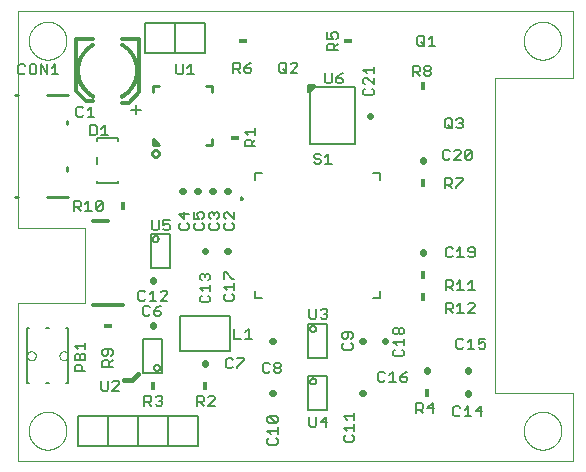
<source format=gto>
G75*
%MOIN*%
%OFA0B0*%
%FSLAX25Y25*%
%IPPOS*%
%LPD*%
%AMOC8*
5,1,8,0,0,1.08239X$1,22.5*
%
%ADD10C,0.00000*%
%ADD11C,0.01600*%
%ADD12C,0.01200*%
%ADD13C,0.00500*%
%ADD14C,0.00600*%
%ADD15C,0.02200*%
%ADD16C,0.01000*%
%ADD17C,0.00787*%
%ADD18C,0.00806*%
%ADD19R,0.03000X0.01800*%
%ADD20R,0.01800X0.03000*%
%ADD21C,0.00800*%
D10*
X0017291Y0035785D02*
X0017291Y0088285D01*
X0039791Y0088285D01*
X0039791Y0113285D01*
X0017291Y0113285D01*
X0017291Y0185785D01*
X0202291Y0185785D01*
X0202291Y0163285D01*
X0176291Y0163285D01*
X0176291Y0058285D01*
X0202291Y0058285D01*
X0202291Y0035785D01*
X0017291Y0035785D01*
X0020992Y0045785D02*
X0020994Y0045943D01*
X0021000Y0046101D01*
X0021010Y0046259D01*
X0021024Y0046417D01*
X0021042Y0046574D01*
X0021063Y0046731D01*
X0021089Y0046887D01*
X0021119Y0047043D01*
X0021152Y0047198D01*
X0021190Y0047351D01*
X0021231Y0047504D01*
X0021276Y0047656D01*
X0021325Y0047807D01*
X0021378Y0047956D01*
X0021434Y0048104D01*
X0021494Y0048250D01*
X0021558Y0048395D01*
X0021626Y0048538D01*
X0021697Y0048680D01*
X0021771Y0048820D01*
X0021849Y0048957D01*
X0021931Y0049093D01*
X0022015Y0049227D01*
X0022104Y0049358D01*
X0022195Y0049487D01*
X0022290Y0049614D01*
X0022387Y0049739D01*
X0022488Y0049861D01*
X0022592Y0049980D01*
X0022699Y0050097D01*
X0022809Y0050211D01*
X0022922Y0050322D01*
X0023037Y0050431D01*
X0023155Y0050536D01*
X0023276Y0050638D01*
X0023399Y0050738D01*
X0023525Y0050834D01*
X0023653Y0050927D01*
X0023783Y0051017D01*
X0023916Y0051103D01*
X0024051Y0051187D01*
X0024187Y0051266D01*
X0024326Y0051343D01*
X0024467Y0051415D01*
X0024609Y0051485D01*
X0024753Y0051550D01*
X0024899Y0051612D01*
X0025046Y0051670D01*
X0025195Y0051725D01*
X0025345Y0051776D01*
X0025496Y0051823D01*
X0025648Y0051866D01*
X0025801Y0051905D01*
X0025956Y0051941D01*
X0026111Y0051972D01*
X0026267Y0052000D01*
X0026423Y0052024D01*
X0026580Y0052044D01*
X0026738Y0052060D01*
X0026895Y0052072D01*
X0027054Y0052080D01*
X0027212Y0052084D01*
X0027370Y0052084D01*
X0027528Y0052080D01*
X0027687Y0052072D01*
X0027844Y0052060D01*
X0028002Y0052044D01*
X0028159Y0052024D01*
X0028315Y0052000D01*
X0028471Y0051972D01*
X0028626Y0051941D01*
X0028781Y0051905D01*
X0028934Y0051866D01*
X0029086Y0051823D01*
X0029237Y0051776D01*
X0029387Y0051725D01*
X0029536Y0051670D01*
X0029683Y0051612D01*
X0029829Y0051550D01*
X0029973Y0051485D01*
X0030115Y0051415D01*
X0030256Y0051343D01*
X0030395Y0051266D01*
X0030531Y0051187D01*
X0030666Y0051103D01*
X0030799Y0051017D01*
X0030929Y0050927D01*
X0031057Y0050834D01*
X0031183Y0050738D01*
X0031306Y0050638D01*
X0031427Y0050536D01*
X0031545Y0050431D01*
X0031660Y0050322D01*
X0031773Y0050211D01*
X0031883Y0050097D01*
X0031990Y0049980D01*
X0032094Y0049861D01*
X0032195Y0049739D01*
X0032292Y0049614D01*
X0032387Y0049487D01*
X0032478Y0049358D01*
X0032567Y0049227D01*
X0032651Y0049093D01*
X0032733Y0048957D01*
X0032811Y0048820D01*
X0032885Y0048680D01*
X0032956Y0048538D01*
X0033024Y0048395D01*
X0033088Y0048250D01*
X0033148Y0048104D01*
X0033204Y0047956D01*
X0033257Y0047807D01*
X0033306Y0047656D01*
X0033351Y0047504D01*
X0033392Y0047351D01*
X0033430Y0047198D01*
X0033463Y0047043D01*
X0033493Y0046887D01*
X0033519Y0046731D01*
X0033540Y0046574D01*
X0033558Y0046417D01*
X0033572Y0046259D01*
X0033582Y0046101D01*
X0033588Y0045943D01*
X0033590Y0045785D01*
X0033588Y0045627D01*
X0033582Y0045469D01*
X0033572Y0045311D01*
X0033558Y0045153D01*
X0033540Y0044996D01*
X0033519Y0044839D01*
X0033493Y0044683D01*
X0033463Y0044527D01*
X0033430Y0044372D01*
X0033392Y0044219D01*
X0033351Y0044066D01*
X0033306Y0043914D01*
X0033257Y0043763D01*
X0033204Y0043614D01*
X0033148Y0043466D01*
X0033088Y0043320D01*
X0033024Y0043175D01*
X0032956Y0043032D01*
X0032885Y0042890D01*
X0032811Y0042750D01*
X0032733Y0042613D01*
X0032651Y0042477D01*
X0032567Y0042343D01*
X0032478Y0042212D01*
X0032387Y0042083D01*
X0032292Y0041956D01*
X0032195Y0041831D01*
X0032094Y0041709D01*
X0031990Y0041590D01*
X0031883Y0041473D01*
X0031773Y0041359D01*
X0031660Y0041248D01*
X0031545Y0041139D01*
X0031427Y0041034D01*
X0031306Y0040932D01*
X0031183Y0040832D01*
X0031057Y0040736D01*
X0030929Y0040643D01*
X0030799Y0040553D01*
X0030666Y0040467D01*
X0030531Y0040383D01*
X0030395Y0040304D01*
X0030256Y0040227D01*
X0030115Y0040155D01*
X0029973Y0040085D01*
X0029829Y0040020D01*
X0029683Y0039958D01*
X0029536Y0039900D01*
X0029387Y0039845D01*
X0029237Y0039794D01*
X0029086Y0039747D01*
X0028934Y0039704D01*
X0028781Y0039665D01*
X0028626Y0039629D01*
X0028471Y0039598D01*
X0028315Y0039570D01*
X0028159Y0039546D01*
X0028002Y0039526D01*
X0027844Y0039510D01*
X0027687Y0039498D01*
X0027528Y0039490D01*
X0027370Y0039486D01*
X0027212Y0039486D01*
X0027054Y0039490D01*
X0026895Y0039498D01*
X0026738Y0039510D01*
X0026580Y0039526D01*
X0026423Y0039546D01*
X0026267Y0039570D01*
X0026111Y0039598D01*
X0025956Y0039629D01*
X0025801Y0039665D01*
X0025648Y0039704D01*
X0025496Y0039747D01*
X0025345Y0039794D01*
X0025195Y0039845D01*
X0025046Y0039900D01*
X0024899Y0039958D01*
X0024753Y0040020D01*
X0024609Y0040085D01*
X0024467Y0040155D01*
X0024326Y0040227D01*
X0024187Y0040304D01*
X0024051Y0040383D01*
X0023916Y0040467D01*
X0023783Y0040553D01*
X0023653Y0040643D01*
X0023525Y0040736D01*
X0023399Y0040832D01*
X0023276Y0040932D01*
X0023155Y0041034D01*
X0023037Y0041139D01*
X0022922Y0041248D01*
X0022809Y0041359D01*
X0022699Y0041473D01*
X0022592Y0041590D01*
X0022488Y0041709D01*
X0022387Y0041831D01*
X0022290Y0041956D01*
X0022195Y0042083D01*
X0022104Y0042212D01*
X0022015Y0042343D01*
X0021931Y0042477D01*
X0021849Y0042613D01*
X0021771Y0042750D01*
X0021697Y0042890D01*
X0021626Y0043032D01*
X0021558Y0043175D01*
X0021494Y0043320D01*
X0021434Y0043466D01*
X0021378Y0043614D01*
X0021325Y0043763D01*
X0021276Y0043914D01*
X0021231Y0044066D01*
X0021190Y0044219D01*
X0021152Y0044372D01*
X0021119Y0044527D01*
X0021089Y0044683D01*
X0021063Y0044839D01*
X0021042Y0044996D01*
X0021024Y0045153D01*
X0021010Y0045311D01*
X0021000Y0045469D01*
X0020994Y0045627D01*
X0020992Y0045785D01*
X0020402Y0070785D02*
X0020404Y0070862D01*
X0020410Y0070938D01*
X0020420Y0071014D01*
X0020434Y0071089D01*
X0020451Y0071164D01*
X0020473Y0071237D01*
X0020498Y0071310D01*
X0020528Y0071381D01*
X0020560Y0071450D01*
X0020597Y0071517D01*
X0020636Y0071583D01*
X0020679Y0071646D01*
X0020726Y0071707D01*
X0020775Y0071766D01*
X0020828Y0071822D01*
X0020883Y0071875D01*
X0020941Y0071925D01*
X0021001Y0071972D01*
X0021064Y0072016D01*
X0021129Y0072057D01*
X0021196Y0072094D01*
X0021265Y0072128D01*
X0021335Y0072158D01*
X0021407Y0072184D01*
X0021481Y0072206D01*
X0021555Y0072225D01*
X0021630Y0072240D01*
X0021706Y0072251D01*
X0021782Y0072258D01*
X0021859Y0072261D01*
X0021935Y0072260D01*
X0022012Y0072255D01*
X0022088Y0072246D01*
X0022164Y0072233D01*
X0022238Y0072216D01*
X0022312Y0072196D01*
X0022385Y0072171D01*
X0022456Y0072143D01*
X0022526Y0072111D01*
X0022594Y0072076D01*
X0022660Y0072037D01*
X0022724Y0071995D01*
X0022785Y0071949D01*
X0022845Y0071900D01*
X0022901Y0071849D01*
X0022955Y0071794D01*
X0023006Y0071737D01*
X0023054Y0071677D01*
X0023099Y0071615D01*
X0023140Y0071550D01*
X0023178Y0071484D01*
X0023213Y0071416D01*
X0023243Y0071345D01*
X0023271Y0071274D01*
X0023294Y0071201D01*
X0023314Y0071127D01*
X0023330Y0071052D01*
X0023342Y0070976D01*
X0023350Y0070900D01*
X0023354Y0070823D01*
X0023354Y0070747D01*
X0023350Y0070670D01*
X0023342Y0070594D01*
X0023330Y0070518D01*
X0023314Y0070443D01*
X0023294Y0070369D01*
X0023271Y0070296D01*
X0023243Y0070225D01*
X0023213Y0070154D01*
X0023178Y0070086D01*
X0023140Y0070020D01*
X0023099Y0069955D01*
X0023054Y0069893D01*
X0023006Y0069833D01*
X0022955Y0069776D01*
X0022901Y0069721D01*
X0022845Y0069670D01*
X0022785Y0069621D01*
X0022724Y0069575D01*
X0022660Y0069533D01*
X0022594Y0069494D01*
X0022526Y0069459D01*
X0022456Y0069427D01*
X0022385Y0069399D01*
X0022312Y0069374D01*
X0022238Y0069354D01*
X0022164Y0069337D01*
X0022088Y0069324D01*
X0022012Y0069315D01*
X0021935Y0069310D01*
X0021859Y0069309D01*
X0021782Y0069312D01*
X0021706Y0069319D01*
X0021630Y0069330D01*
X0021555Y0069345D01*
X0021481Y0069364D01*
X0021407Y0069386D01*
X0021335Y0069412D01*
X0021265Y0069442D01*
X0021196Y0069476D01*
X0021129Y0069513D01*
X0021064Y0069554D01*
X0021001Y0069598D01*
X0020941Y0069645D01*
X0020883Y0069695D01*
X0020828Y0069748D01*
X0020775Y0069804D01*
X0020726Y0069863D01*
X0020679Y0069924D01*
X0020636Y0069987D01*
X0020597Y0070053D01*
X0020560Y0070120D01*
X0020528Y0070189D01*
X0020498Y0070260D01*
X0020473Y0070333D01*
X0020451Y0070406D01*
X0020434Y0070481D01*
X0020420Y0070556D01*
X0020410Y0070632D01*
X0020404Y0070708D01*
X0020402Y0070785D01*
X0031229Y0070785D02*
X0031231Y0070862D01*
X0031237Y0070938D01*
X0031247Y0071014D01*
X0031261Y0071089D01*
X0031278Y0071164D01*
X0031300Y0071237D01*
X0031325Y0071310D01*
X0031355Y0071381D01*
X0031387Y0071450D01*
X0031424Y0071517D01*
X0031463Y0071583D01*
X0031506Y0071646D01*
X0031553Y0071707D01*
X0031602Y0071766D01*
X0031655Y0071822D01*
X0031710Y0071875D01*
X0031768Y0071925D01*
X0031828Y0071972D01*
X0031891Y0072016D01*
X0031956Y0072057D01*
X0032023Y0072094D01*
X0032092Y0072128D01*
X0032162Y0072158D01*
X0032234Y0072184D01*
X0032308Y0072206D01*
X0032382Y0072225D01*
X0032457Y0072240D01*
X0032533Y0072251D01*
X0032609Y0072258D01*
X0032686Y0072261D01*
X0032762Y0072260D01*
X0032839Y0072255D01*
X0032915Y0072246D01*
X0032991Y0072233D01*
X0033065Y0072216D01*
X0033139Y0072196D01*
X0033212Y0072171D01*
X0033283Y0072143D01*
X0033353Y0072111D01*
X0033421Y0072076D01*
X0033487Y0072037D01*
X0033551Y0071995D01*
X0033612Y0071949D01*
X0033672Y0071900D01*
X0033728Y0071849D01*
X0033782Y0071794D01*
X0033833Y0071737D01*
X0033881Y0071677D01*
X0033926Y0071615D01*
X0033967Y0071550D01*
X0034005Y0071484D01*
X0034040Y0071416D01*
X0034070Y0071345D01*
X0034098Y0071274D01*
X0034121Y0071201D01*
X0034141Y0071127D01*
X0034157Y0071052D01*
X0034169Y0070976D01*
X0034177Y0070900D01*
X0034181Y0070823D01*
X0034181Y0070747D01*
X0034177Y0070670D01*
X0034169Y0070594D01*
X0034157Y0070518D01*
X0034141Y0070443D01*
X0034121Y0070369D01*
X0034098Y0070296D01*
X0034070Y0070225D01*
X0034040Y0070154D01*
X0034005Y0070086D01*
X0033967Y0070020D01*
X0033926Y0069955D01*
X0033881Y0069893D01*
X0033833Y0069833D01*
X0033782Y0069776D01*
X0033728Y0069721D01*
X0033672Y0069670D01*
X0033612Y0069621D01*
X0033551Y0069575D01*
X0033487Y0069533D01*
X0033421Y0069494D01*
X0033353Y0069459D01*
X0033283Y0069427D01*
X0033212Y0069399D01*
X0033139Y0069374D01*
X0033065Y0069354D01*
X0032991Y0069337D01*
X0032915Y0069324D01*
X0032839Y0069315D01*
X0032762Y0069310D01*
X0032686Y0069309D01*
X0032609Y0069312D01*
X0032533Y0069319D01*
X0032457Y0069330D01*
X0032382Y0069345D01*
X0032308Y0069364D01*
X0032234Y0069386D01*
X0032162Y0069412D01*
X0032092Y0069442D01*
X0032023Y0069476D01*
X0031956Y0069513D01*
X0031891Y0069554D01*
X0031828Y0069598D01*
X0031768Y0069645D01*
X0031710Y0069695D01*
X0031655Y0069748D01*
X0031602Y0069804D01*
X0031553Y0069863D01*
X0031506Y0069924D01*
X0031463Y0069987D01*
X0031424Y0070053D01*
X0031387Y0070120D01*
X0031355Y0070189D01*
X0031325Y0070260D01*
X0031300Y0070333D01*
X0031278Y0070406D01*
X0031261Y0070481D01*
X0031247Y0070556D01*
X0031237Y0070632D01*
X0031231Y0070708D01*
X0031229Y0070785D01*
X0020992Y0175785D02*
X0020994Y0175943D01*
X0021000Y0176101D01*
X0021010Y0176259D01*
X0021024Y0176417D01*
X0021042Y0176574D01*
X0021063Y0176731D01*
X0021089Y0176887D01*
X0021119Y0177043D01*
X0021152Y0177198D01*
X0021190Y0177351D01*
X0021231Y0177504D01*
X0021276Y0177656D01*
X0021325Y0177807D01*
X0021378Y0177956D01*
X0021434Y0178104D01*
X0021494Y0178250D01*
X0021558Y0178395D01*
X0021626Y0178538D01*
X0021697Y0178680D01*
X0021771Y0178820D01*
X0021849Y0178957D01*
X0021931Y0179093D01*
X0022015Y0179227D01*
X0022104Y0179358D01*
X0022195Y0179487D01*
X0022290Y0179614D01*
X0022387Y0179739D01*
X0022488Y0179861D01*
X0022592Y0179980D01*
X0022699Y0180097D01*
X0022809Y0180211D01*
X0022922Y0180322D01*
X0023037Y0180431D01*
X0023155Y0180536D01*
X0023276Y0180638D01*
X0023399Y0180738D01*
X0023525Y0180834D01*
X0023653Y0180927D01*
X0023783Y0181017D01*
X0023916Y0181103D01*
X0024051Y0181187D01*
X0024187Y0181266D01*
X0024326Y0181343D01*
X0024467Y0181415D01*
X0024609Y0181485D01*
X0024753Y0181550D01*
X0024899Y0181612D01*
X0025046Y0181670D01*
X0025195Y0181725D01*
X0025345Y0181776D01*
X0025496Y0181823D01*
X0025648Y0181866D01*
X0025801Y0181905D01*
X0025956Y0181941D01*
X0026111Y0181972D01*
X0026267Y0182000D01*
X0026423Y0182024D01*
X0026580Y0182044D01*
X0026738Y0182060D01*
X0026895Y0182072D01*
X0027054Y0182080D01*
X0027212Y0182084D01*
X0027370Y0182084D01*
X0027528Y0182080D01*
X0027687Y0182072D01*
X0027844Y0182060D01*
X0028002Y0182044D01*
X0028159Y0182024D01*
X0028315Y0182000D01*
X0028471Y0181972D01*
X0028626Y0181941D01*
X0028781Y0181905D01*
X0028934Y0181866D01*
X0029086Y0181823D01*
X0029237Y0181776D01*
X0029387Y0181725D01*
X0029536Y0181670D01*
X0029683Y0181612D01*
X0029829Y0181550D01*
X0029973Y0181485D01*
X0030115Y0181415D01*
X0030256Y0181343D01*
X0030395Y0181266D01*
X0030531Y0181187D01*
X0030666Y0181103D01*
X0030799Y0181017D01*
X0030929Y0180927D01*
X0031057Y0180834D01*
X0031183Y0180738D01*
X0031306Y0180638D01*
X0031427Y0180536D01*
X0031545Y0180431D01*
X0031660Y0180322D01*
X0031773Y0180211D01*
X0031883Y0180097D01*
X0031990Y0179980D01*
X0032094Y0179861D01*
X0032195Y0179739D01*
X0032292Y0179614D01*
X0032387Y0179487D01*
X0032478Y0179358D01*
X0032567Y0179227D01*
X0032651Y0179093D01*
X0032733Y0178957D01*
X0032811Y0178820D01*
X0032885Y0178680D01*
X0032956Y0178538D01*
X0033024Y0178395D01*
X0033088Y0178250D01*
X0033148Y0178104D01*
X0033204Y0177956D01*
X0033257Y0177807D01*
X0033306Y0177656D01*
X0033351Y0177504D01*
X0033392Y0177351D01*
X0033430Y0177198D01*
X0033463Y0177043D01*
X0033493Y0176887D01*
X0033519Y0176731D01*
X0033540Y0176574D01*
X0033558Y0176417D01*
X0033572Y0176259D01*
X0033582Y0176101D01*
X0033588Y0175943D01*
X0033590Y0175785D01*
X0033588Y0175627D01*
X0033582Y0175469D01*
X0033572Y0175311D01*
X0033558Y0175153D01*
X0033540Y0174996D01*
X0033519Y0174839D01*
X0033493Y0174683D01*
X0033463Y0174527D01*
X0033430Y0174372D01*
X0033392Y0174219D01*
X0033351Y0174066D01*
X0033306Y0173914D01*
X0033257Y0173763D01*
X0033204Y0173614D01*
X0033148Y0173466D01*
X0033088Y0173320D01*
X0033024Y0173175D01*
X0032956Y0173032D01*
X0032885Y0172890D01*
X0032811Y0172750D01*
X0032733Y0172613D01*
X0032651Y0172477D01*
X0032567Y0172343D01*
X0032478Y0172212D01*
X0032387Y0172083D01*
X0032292Y0171956D01*
X0032195Y0171831D01*
X0032094Y0171709D01*
X0031990Y0171590D01*
X0031883Y0171473D01*
X0031773Y0171359D01*
X0031660Y0171248D01*
X0031545Y0171139D01*
X0031427Y0171034D01*
X0031306Y0170932D01*
X0031183Y0170832D01*
X0031057Y0170736D01*
X0030929Y0170643D01*
X0030799Y0170553D01*
X0030666Y0170467D01*
X0030531Y0170383D01*
X0030395Y0170304D01*
X0030256Y0170227D01*
X0030115Y0170155D01*
X0029973Y0170085D01*
X0029829Y0170020D01*
X0029683Y0169958D01*
X0029536Y0169900D01*
X0029387Y0169845D01*
X0029237Y0169794D01*
X0029086Y0169747D01*
X0028934Y0169704D01*
X0028781Y0169665D01*
X0028626Y0169629D01*
X0028471Y0169598D01*
X0028315Y0169570D01*
X0028159Y0169546D01*
X0028002Y0169526D01*
X0027844Y0169510D01*
X0027687Y0169498D01*
X0027528Y0169490D01*
X0027370Y0169486D01*
X0027212Y0169486D01*
X0027054Y0169490D01*
X0026895Y0169498D01*
X0026738Y0169510D01*
X0026580Y0169526D01*
X0026423Y0169546D01*
X0026267Y0169570D01*
X0026111Y0169598D01*
X0025956Y0169629D01*
X0025801Y0169665D01*
X0025648Y0169704D01*
X0025496Y0169747D01*
X0025345Y0169794D01*
X0025195Y0169845D01*
X0025046Y0169900D01*
X0024899Y0169958D01*
X0024753Y0170020D01*
X0024609Y0170085D01*
X0024467Y0170155D01*
X0024326Y0170227D01*
X0024187Y0170304D01*
X0024051Y0170383D01*
X0023916Y0170467D01*
X0023783Y0170553D01*
X0023653Y0170643D01*
X0023525Y0170736D01*
X0023399Y0170832D01*
X0023276Y0170932D01*
X0023155Y0171034D01*
X0023037Y0171139D01*
X0022922Y0171248D01*
X0022809Y0171359D01*
X0022699Y0171473D01*
X0022592Y0171590D01*
X0022488Y0171709D01*
X0022387Y0171831D01*
X0022290Y0171956D01*
X0022195Y0172083D01*
X0022104Y0172212D01*
X0022015Y0172343D01*
X0021931Y0172477D01*
X0021849Y0172613D01*
X0021771Y0172750D01*
X0021697Y0172890D01*
X0021626Y0173032D01*
X0021558Y0173175D01*
X0021494Y0173320D01*
X0021434Y0173466D01*
X0021378Y0173614D01*
X0021325Y0173763D01*
X0021276Y0173914D01*
X0021231Y0174066D01*
X0021190Y0174219D01*
X0021152Y0174372D01*
X0021119Y0174527D01*
X0021089Y0174683D01*
X0021063Y0174839D01*
X0021042Y0174996D01*
X0021024Y0175153D01*
X0021010Y0175311D01*
X0021000Y0175469D01*
X0020994Y0175627D01*
X0020992Y0175785D01*
X0185992Y0175785D02*
X0185994Y0175943D01*
X0186000Y0176101D01*
X0186010Y0176259D01*
X0186024Y0176417D01*
X0186042Y0176574D01*
X0186063Y0176731D01*
X0186089Y0176887D01*
X0186119Y0177043D01*
X0186152Y0177198D01*
X0186190Y0177351D01*
X0186231Y0177504D01*
X0186276Y0177656D01*
X0186325Y0177807D01*
X0186378Y0177956D01*
X0186434Y0178104D01*
X0186494Y0178250D01*
X0186558Y0178395D01*
X0186626Y0178538D01*
X0186697Y0178680D01*
X0186771Y0178820D01*
X0186849Y0178957D01*
X0186931Y0179093D01*
X0187015Y0179227D01*
X0187104Y0179358D01*
X0187195Y0179487D01*
X0187290Y0179614D01*
X0187387Y0179739D01*
X0187488Y0179861D01*
X0187592Y0179980D01*
X0187699Y0180097D01*
X0187809Y0180211D01*
X0187922Y0180322D01*
X0188037Y0180431D01*
X0188155Y0180536D01*
X0188276Y0180638D01*
X0188399Y0180738D01*
X0188525Y0180834D01*
X0188653Y0180927D01*
X0188783Y0181017D01*
X0188916Y0181103D01*
X0189051Y0181187D01*
X0189187Y0181266D01*
X0189326Y0181343D01*
X0189467Y0181415D01*
X0189609Y0181485D01*
X0189753Y0181550D01*
X0189899Y0181612D01*
X0190046Y0181670D01*
X0190195Y0181725D01*
X0190345Y0181776D01*
X0190496Y0181823D01*
X0190648Y0181866D01*
X0190801Y0181905D01*
X0190956Y0181941D01*
X0191111Y0181972D01*
X0191267Y0182000D01*
X0191423Y0182024D01*
X0191580Y0182044D01*
X0191738Y0182060D01*
X0191895Y0182072D01*
X0192054Y0182080D01*
X0192212Y0182084D01*
X0192370Y0182084D01*
X0192528Y0182080D01*
X0192687Y0182072D01*
X0192844Y0182060D01*
X0193002Y0182044D01*
X0193159Y0182024D01*
X0193315Y0182000D01*
X0193471Y0181972D01*
X0193626Y0181941D01*
X0193781Y0181905D01*
X0193934Y0181866D01*
X0194086Y0181823D01*
X0194237Y0181776D01*
X0194387Y0181725D01*
X0194536Y0181670D01*
X0194683Y0181612D01*
X0194829Y0181550D01*
X0194973Y0181485D01*
X0195115Y0181415D01*
X0195256Y0181343D01*
X0195395Y0181266D01*
X0195531Y0181187D01*
X0195666Y0181103D01*
X0195799Y0181017D01*
X0195929Y0180927D01*
X0196057Y0180834D01*
X0196183Y0180738D01*
X0196306Y0180638D01*
X0196427Y0180536D01*
X0196545Y0180431D01*
X0196660Y0180322D01*
X0196773Y0180211D01*
X0196883Y0180097D01*
X0196990Y0179980D01*
X0197094Y0179861D01*
X0197195Y0179739D01*
X0197292Y0179614D01*
X0197387Y0179487D01*
X0197478Y0179358D01*
X0197567Y0179227D01*
X0197651Y0179093D01*
X0197733Y0178957D01*
X0197811Y0178820D01*
X0197885Y0178680D01*
X0197956Y0178538D01*
X0198024Y0178395D01*
X0198088Y0178250D01*
X0198148Y0178104D01*
X0198204Y0177956D01*
X0198257Y0177807D01*
X0198306Y0177656D01*
X0198351Y0177504D01*
X0198392Y0177351D01*
X0198430Y0177198D01*
X0198463Y0177043D01*
X0198493Y0176887D01*
X0198519Y0176731D01*
X0198540Y0176574D01*
X0198558Y0176417D01*
X0198572Y0176259D01*
X0198582Y0176101D01*
X0198588Y0175943D01*
X0198590Y0175785D01*
X0198588Y0175627D01*
X0198582Y0175469D01*
X0198572Y0175311D01*
X0198558Y0175153D01*
X0198540Y0174996D01*
X0198519Y0174839D01*
X0198493Y0174683D01*
X0198463Y0174527D01*
X0198430Y0174372D01*
X0198392Y0174219D01*
X0198351Y0174066D01*
X0198306Y0173914D01*
X0198257Y0173763D01*
X0198204Y0173614D01*
X0198148Y0173466D01*
X0198088Y0173320D01*
X0198024Y0173175D01*
X0197956Y0173032D01*
X0197885Y0172890D01*
X0197811Y0172750D01*
X0197733Y0172613D01*
X0197651Y0172477D01*
X0197567Y0172343D01*
X0197478Y0172212D01*
X0197387Y0172083D01*
X0197292Y0171956D01*
X0197195Y0171831D01*
X0197094Y0171709D01*
X0196990Y0171590D01*
X0196883Y0171473D01*
X0196773Y0171359D01*
X0196660Y0171248D01*
X0196545Y0171139D01*
X0196427Y0171034D01*
X0196306Y0170932D01*
X0196183Y0170832D01*
X0196057Y0170736D01*
X0195929Y0170643D01*
X0195799Y0170553D01*
X0195666Y0170467D01*
X0195531Y0170383D01*
X0195395Y0170304D01*
X0195256Y0170227D01*
X0195115Y0170155D01*
X0194973Y0170085D01*
X0194829Y0170020D01*
X0194683Y0169958D01*
X0194536Y0169900D01*
X0194387Y0169845D01*
X0194237Y0169794D01*
X0194086Y0169747D01*
X0193934Y0169704D01*
X0193781Y0169665D01*
X0193626Y0169629D01*
X0193471Y0169598D01*
X0193315Y0169570D01*
X0193159Y0169546D01*
X0193002Y0169526D01*
X0192844Y0169510D01*
X0192687Y0169498D01*
X0192528Y0169490D01*
X0192370Y0169486D01*
X0192212Y0169486D01*
X0192054Y0169490D01*
X0191895Y0169498D01*
X0191738Y0169510D01*
X0191580Y0169526D01*
X0191423Y0169546D01*
X0191267Y0169570D01*
X0191111Y0169598D01*
X0190956Y0169629D01*
X0190801Y0169665D01*
X0190648Y0169704D01*
X0190496Y0169747D01*
X0190345Y0169794D01*
X0190195Y0169845D01*
X0190046Y0169900D01*
X0189899Y0169958D01*
X0189753Y0170020D01*
X0189609Y0170085D01*
X0189467Y0170155D01*
X0189326Y0170227D01*
X0189187Y0170304D01*
X0189051Y0170383D01*
X0188916Y0170467D01*
X0188783Y0170553D01*
X0188653Y0170643D01*
X0188525Y0170736D01*
X0188399Y0170832D01*
X0188276Y0170932D01*
X0188155Y0171034D01*
X0188037Y0171139D01*
X0187922Y0171248D01*
X0187809Y0171359D01*
X0187699Y0171473D01*
X0187592Y0171590D01*
X0187488Y0171709D01*
X0187387Y0171831D01*
X0187290Y0171956D01*
X0187195Y0172083D01*
X0187104Y0172212D01*
X0187015Y0172343D01*
X0186931Y0172477D01*
X0186849Y0172613D01*
X0186771Y0172750D01*
X0186697Y0172890D01*
X0186626Y0173032D01*
X0186558Y0173175D01*
X0186494Y0173320D01*
X0186434Y0173466D01*
X0186378Y0173614D01*
X0186325Y0173763D01*
X0186276Y0173914D01*
X0186231Y0174066D01*
X0186190Y0174219D01*
X0186152Y0174372D01*
X0186119Y0174527D01*
X0186089Y0174683D01*
X0186063Y0174839D01*
X0186042Y0174996D01*
X0186024Y0175153D01*
X0186010Y0175311D01*
X0186000Y0175469D01*
X0185994Y0175627D01*
X0185992Y0175785D01*
X0185992Y0045785D02*
X0185994Y0045943D01*
X0186000Y0046101D01*
X0186010Y0046259D01*
X0186024Y0046417D01*
X0186042Y0046574D01*
X0186063Y0046731D01*
X0186089Y0046887D01*
X0186119Y0047043D01*
X0186152Y0047198D01*
X0186190Y0047351D01*
X0186231Y0047504D01*
X0186276Y0047656D01*
X0186325Y0047807D01*
X0186378Y0047956D01*
X0186434Y0048104D01*
X0186494Y0048250D01*
X0186558Y0048395D01*
X0186626Y0048538D01*
X0186697Y0048680D01*
X0186771Y0048820D01*
X0186849Y0048957D01*
X0186931Y0049093D01*
X0187015Y0049227D01*
X0187104Y0049358D01*
X0187195Y0049487D01*
X0187290Y0049614D01*
X0187387Y0049739D01*
X0187488Y0049861D01*
X0187592Y0049980D01*
X0187699Y0050097D01*
X0187809Y0050211D01*
X0187922Y0050322D01*
X0188037Y0050431D01*
X0188155Y0050536D01*
X0188276Y0050638D01*
X0188399Y0050738D01*
X0188525Y0050834D01*
X0188653Y0050927D01*
X0188783Y0051017D01*
X0188916Y0051103D01*
X0189051Y0051187D01*
X0189187Y0051266D01*
X0189326Y0051343D01*
X0189467Y0051415D01*
X0189609Y0051485D01*
X0189753Y0051550D01*
X0189899Y0051612D01*
X0190046Y0051670D01*
X0190195Y0051725D01*
X0190345Y0051776D01*
X0190496Y0051823D01*
X0190648Y0051866D01*
X0190801Y0051905D01*
X0190956Y0051941D01*
X0191111Y0051972D01*
X0191267Y0052000D01*
X0191423Y0052024D01*
X0191580Y0052044D01*
X0191738Y0052060D01*
X0191895Y0052072D01*
X0192054Y0052080D01*
X0192212Y0052084D01*
X0192370Y0052084D01*
X0192528Y0052080D01*
X0192687Y0052072D01*
X0192844Y0052060D01*
X0193002Y0052044D01*
X0193159Y0052024D01*
X0193315Y0052000D01*
X0193471Y0051972D01*
X0193626Y0051941D01*
X0193781Y0051905D01*
X0193934Y0051866D01*
X0194086Y0051823D01*
X0194237Y0051776D01*
X0194387Y0051725D01*
X0194536Y0051670D01*
X0194683Y0051612D01*
X0194829Y0051550D01*
X0194973Y0051485D01*
X0195115Y0051415D01*
X0195256Y0051343D01*
X0195395Y0051266D01*
X0195531Y0051187D01*
X0195666Y0051103D01*
X0195799Y0051017D01*
X0195929Y0050927D01*
X0196057Y0050834D01*
X0196183Y0050738D01*
X0196306Y0050638D01*
X0196427Y0050536D01*
X0196545Y0050431D01*
X0196660Y0050322D01*
X0196773Y0050211D01*
X0196883Y0050097D01*
X0196990Y0049980D01*
X0197094Y0049861D01*
X0197195Y0049739D01*
X0197292Y0049614D01*
X0197387Y0049487D01*
X0197478Y0049358D01*
X0197567Y0049227D01*
X0197651Y0049093D01*
X0197733Y0048957D01*
X0197811Y0048820D01*
X0197885Y0048680D01*
X0197956Y0048538D01*
X0198024Y0048395D01*
X0198088Y0048250D01*
X0198148Y0048104D01*
X0198204Y0047956D01*
X0198257Y0047807D01*
X0198306Y0047656D01*
X0198351Y0047504D01*
X0198392Y0047351D01*
X0198430Y0047198D01*
X0198463Y0047043D01*
X0198493Y0046887D01*
X0198519Y0046731D01*
X0198540Y0046574D01*
X0198558Y0046417D01*
X0198572Y0046259D01*
X0198582Y0046101D01*
X0198588Y0045943D01*
X0198590Y0045785D01*
X0198588Y0045627D01*
X0198582Y0045469D01*
X0198572Y0045311D01*
X0198558Y0045153D01*
X0198540Y0044996D01*
X0198519Y0044839D01*
X0198493Y0044683D01*
X0198463Y0044527D01*
X0198430Y0044372D01*
X0198392Y0044219D01*
X0198351Y0044066D01*
X0198306Y0043914D01*
X0198257Y0043763D01*
X0198204Y0043614D01*
X0198148Y0043466D01*
X0198088Y0043320D01*
X0198024Y0043175D01*
X0197956Y0043032D01*
X0197885Y0042890D01*
X0197811Y0042750D01*
X0197733Y0042613D01*
X0197651Y0042477D01*
X0197567Y0042343D01*
X0197478Y0042212D01*
X0197387Y0042083D01*
X0197292Y0041956D01*
X0197195Y0041831D01*
X0197094Y0041709D01*
X0196990Y0041590D01*
X0196883Y0041473D01*
X0196773Y0041359D01*
X0196660Y0041248D01*
X0196545Y0041139D01*
X0196427Y0041034D01*
X0196306Y0040932D01*
X0196183Y0040832D01*
X0196057Y0040736D01*
X0195929Y0040643D01*
X0195799Y0040553D01*
X0195666Y0040467D01*
X0195531Y0040383D01*
X0195395Y0040304D01*
X0195256Y0040227D01*
X0195115Y0040155D01*
X0194973Y0040085D01*
X0194829Y0040020D01*
X0194683Y0039958D01*
X0194536Y0039900D01*
X0194387Y0039845D01*
X0194237Y0039794D01*
X0194086Y0039747D01*
X0193934Y0039704D01*
X0193781Y0039665D01*
X0193626Y0039629D01*
X0193471Y0039598D01*
X0193315Y0039570D01*
X0193159Y0039546D01*
X0193002Y0039526D01*
X0192844Y0039510D01*
X0192687Y0039498D01*
X0192528Y0039490D01*
X0192370Y0039486D01*
X0192212Y0039486D01*
X0192054Y0039490D01*
X0191895Y0039498D01*
X0191738Y0039510D01*
X0191580Y0039526D01*
X0191423Y0039546D01*
X0191267Y0039570D01*
X0191111Y0039598D01*
X0190956Y0039629D01*
X0190801Y0039665D01*
X0190648Y0039704D01*
X0190496Y0039747D01*
X0190345Y0039794D01*
X0190195Y0039845D01*
X0190046Y0039900D01*
X0189899Y0039958D01*
X0189753Y0040020D01*
X0189609Y0040085D01*
X0189467Y0040155D01*
X0189326Y0040227D01*
X0189187Y0040304D01*
X0189051Y0040383D01*
X0188916Y0040467D01*
X0188783Y0040553D01*
X0188653Y0040643D01*
X0188525Y0040736D01*
X0188399Y0040832D01*
X0188276Y0040932D01*
X0188155Y0041034D01*
X0188037Y0041139D01*
X0187922Y0041248D01*
X0187809Y0041359D01*
X0187699Y0041473D01*
X0187592Y0041590D01*
X0187488Y0041709D01*
X0187387Y0041831D01*
X0187290Y0041956D01*
X0187195Y0042083D01*
X0187104Y0042212D01*
X0187015Y0042343D01*
X0186931Y0042477D01*
X0186849Y0042613D01*
X0186771Y0042750D01*
X0186697Y0042890D01*
X0186626Y0043032D01*
X0186558Y0043175D01*
X0186494Y0043320D01*
X0186434Y0043466D01*
X0186378Y0043614D01*
X0186325Y0043763D01*
X0186276Y0043914D01*
X0186231Y0044066D01*
X0186190Y0044219D01*
X0186152Y0044372D01*
X0186119Y0044527D01*
X0186089Y0044683D01*
X0186063Y0044839D01*
X0186042Y0044996D01*
X0186024Y0045153D01*
X0186010Y0045311D01*
X0186000Y0045469D01*
X0185994Y0045627D01*
X0185992Y0045785D01*
D11*
X0057291Y0064785D02*
X0055291Y0062785D01*
X0052791Y0062785D01*
D12*
X0052291Y0087785D02*
X0042291Y0087785D01*
X0042291Y0115785D02*
X0047291Y0115785D01*
X0052016Y0155155D02*
X0054378Y0155155D01*
X0057921Y0158699D01*
X0057921Y0176415D01*
X0052016Y0176415D01*
X0042567Y0176415D02*
X0036661Y0176415D01*
X0036661Y0159092D01*
X0040205Y0155549D01*
X0042567Y0155549D01*
X0042567Y0157124D02*
X0042357Y0157241D01*
X0042151Y0157364D01*
X0041947Y0157492D01*
X0041747Y0157624D01*
X0041550Y0157762D01*
X0041356Y0157904D01*
X0041166Y0158051D01*
X0040979Y0158202D01*
X0040797Y0158358D01*
X0040618Y0158518D01*
X0040443Y0158683D01*
X0040272Y0158852D01*
X0040105Y0159025D01*
X0039943Y0159202D01*
X0039785Y0159383D01*
X0039631Y0159567D01*
X0039482Y0159756D01*
X0039337Y0159948D01*
X0039197Y0160143D01*
X0039062Y0160342D01*
X0038932Y0160544D01*
X0038807Y0160749D01*
X0038687Y0160957D01*
X0038572Y0161168D01*
X0038462Y0161381D01*
X0038358Y0161598D01*
X0038258Y0161816D01*
X0038164Y0162038D01*
X0038076Y0162261D01*
X0037993Y0162486D01*
X0037915Y0162714D01*
X0037843Y0162943D01*
X0037777Y0163174D01*
X0037716Y0163406D01*
X0037661Y0163640D01*
X0037612Y0163875D01*
X0037568Y0164111D01*
X0037530Y0164349D01*
X0037498Y0164587D01*
X0037472Y0164826D01*
X0037451Y0165065D01*
X0037437Y0165305D01*
X0037428Y0165545D01*
X0037425Y0165785D01*
X0037428Y0166025D01*
X0037437Y0166265D01*
X0037451Y0166505D01*
X0037472Y0166744D01*
X0037498Y0166983D01*
X0037530Y0167221D01*
X0037568Y0167459D01*
X0037612Y0167695D01*
X0037661Y0167930D01*
X0037716Y0168164D01*
X0037777Y0168396D01*
X0037843Y0168627D01*
X0037915Y0168856D01*
X0037993Y0169084D01*
X0038076Y0169309D01*
X0038164Y0169532D01*
X0038258Y0169754D01*
X0038358Y0169972D01*
X0038462Y0170189D01*
X0038572Y0170402D01*
X0038687Y0170613D01*
X0038807Y0170821D01*
X0038932Y0171026D01*
X0039062Y0171228D01*
X0039197Y0171427D01*
X0039337Y0171622D01*
X0039482Y0171814D01*
X0039631Y0172003D01*
X0039785Y0172187D01*
X0039943Y0172368D01*
X0040105Y0172545D01*
X0040272Y0172718D01*
X0040443Y0172887D01*
X0040618Y0173052D01*
X0040797Y0173212D01*
X0040979Y0173368D01*
X0041166Y0173519D01*
X0041356Y0173666D01*
X0041550Y0173808D01*
X0041747Y0173946D01*
X0041947Y0174078D01*
X0042151Y0174206D01*
X0042357Y0174329D01*
X0042567Y0174446D01*
X0052015Y0174446D02*
X0052225Y0174329D01*
X0052431Y0174206D01*
X0052635Y0174078D01*
X0052835Y0173946D01*
X0053032Y0173808D01*
X0053226Y0173666D01*
X0053416Y0173519D01*
X0053603Y0173368D01*
X0053785Y0173212D01*
X0053964Y0173052D01*
X0054139Y0172887D01*
X0054310Y0172718D01*
X0054477Y0172545D01*
X0054639Y0172368D01*
X0054797Y0172187D01*
X0054951Y0172003D01*
X0055100Y0171814D01*
X0055245Y0171622D01*
X0055385Y0171427D01*
X0055520Y0171228D01*
X0055650Y0171026D01*
X0055775Y0170821D01*
X0055895Y0170613D01*
X0056010Y0170402D01*
X0056120Y0170189D01*
X0056224Y0169972D01*
X0056324Y0169754D01*
X0056418Y0169532D01*
X0056506Y0169309D01*
X0056589Y0169084D01*
X0056667Y0168856D01*
X0056739Y0168627D01*
X0056805Y0168396D01*
X0056866Y0168164D01*
X0056921Y0167930D01*
X0056970Y0167695D01*
X0057014Y0167459D01*
X0057052Y0167221D01*
X0057084Y0166983D01*
X0057110Y0166744D01*
X0057131Y0166505D01*
X0057145Y0166265D01*
X0057154Y0166025D01*
X0057157Y0165785D01*
X0057154Y0165545D01*
X0057145Y0165305D01*
X0057131Y0165065D01*
X0057110Y0164826D01*
X0057084Y0164587D01*
X0057052Y0164349D01*
X0057014Y0164111D01*
X0056970Y0163875D01*
X0056921Y0163640D01*
X0056866Y0163406D01*
X0056805Y0163174D01*
X0056739Y0162943D01*
X0056667Y0162714D01*
X0056589Y0162486D01*
X0056506Y0162261D01*
X0056418Y0162038D01*
X0056324Y0161816D01*
X0056224Y0161598D01*
X0056120Y0161381D01*
X0056010Y0161168D01*
X0055895Y0160957D01*
X0055775Y0160749D01*
X0055650Y0160544D01*
X0055520Y0160342D01*
X0055385Y0160143D01*
X0055245Y0159948D01*
X0055100Y0159756D01*
X0054951Y0159567D01*
X0054797Y0159383D01*
X0054639Y0159202D01*
X0054477Y0159025D01*
X0054310Y0158852D01*
X0054139Y0158683D01*
X0053964Y0158518D01*
X0053785Y0158358D01*
X0053603Y0158202D01*
X0053416Y0158051D01*
X0053226Y0157904D01*
X0053032Y0157762D01*
X0052835Y0157624D01*
X0052635Y0157492D01*
X0052431Y0157364D01*
X0052225Y0157241D01*
X0052015Y0157124D01*
D13*
X0055165Y0152793D02*
X0058315Y0152793D01*
X0056740Y0154368D02*
X0056740Y0151218D01*
X0050835Y0143265D02*
X0050835Y0142478D01*
X0050835Y0143265D02*
X0043748Y0143265D01*
X0043748Y0142478D01*
X0043748Y0136966D02*
X0043748Y0134604D01*
X0043748Y0129092D02*
X0043748Y0128305D01*
X0050835Y0128305D01*
X0050835Y0129092D01*
X0061642Y0111494D02*
X0061642Y0100076D01*
X0067941Y0100076D01*
X0067941Y0111494D01*
X0061642Y0111494D01*
X0062291Y0109785D02*
X0062293Y0109848D01*
X0062299Y0109910D01*
X0062309Y0109972D01*
X0062322Y0110034D01*
X0062340Y0110094D01*
X0062361Y0110153D01*
X0062386Y0110211D01*
X0062415Y0110267D01*
X0062447Y0110321D01*
X0062482Y0110373D01*
X0062520Y0110422D01*
X0062562Y0110470D01*
X0062606Y0110514D01*
X0062654Y0110556D01*
X0062703Y0110594D01*
X0062755Y0110629D01*
X0062809Y0110661D01*
X0062865Y0110690D01*
X0062923Y0110715D01*
X0062982Y0110736D01*
X0063042Y0110754D01*
X0063104Y0110767D01*
X0063166Y0110777D01*
X0063228Y0110783D01*
X0063291Y0110785D01*
X0063354Y0110783D01*
X0063416Y0110777D01*
X0063478Y0110767D01*
X0063540Y0110754D01*
X0063600Y0110736D01*
X0063659Y0110715D01*
X0063717Y0110690D01*
X0063773Y0110661D01*
X0063827Y0110629D01*
X0063879Y0110594D01*
X0063928Y0110556D01*
X0063976Y0110514D01*
X0064020Y0110470D01*
X0064062Y0110422D01*
X0064100Y0110373D01*
X0064135Y0110321D01*
X0064167Y0110267D01*
X0064196Y0110211D01*
X0064221Y0110153D01*
X0064242Y0110094D01*
X0064260Y0110034D01*
X0064273Y0109972D01*
X0064283Y0109910D01*
X0064289Y0109848D01*
X0064291Y0109785D01*
X0064289Y0109722D01*
X0064283Y0109660D01*
X0064273Y0109598D01*
X0064260Y0109536D01*
X0064242Y0109476D01*
X0064221Y0109417D01*
X0064196Y0109359D01*
X0064167Y0109303D01*
X0064135Y0109249D01*
X0064100Y0109197D01*
X0064062Y0109148D01*
X0064020Y0109100D01*
X0063976Y0109056D01*
X0063928Y0109014D01*
X0063879Y0108976D01*
X0063827Y0108941D01*
X0063773Y0108909D01*
X0063717Y0108880D01*
X0063659Y0108855D01*
X0063600Y0108834D01*
X0063540Y0108816D01*
X0063478Y0108803D01*
X0063416Y0108793D01*
X0063354Y0108787D01*
X0063291Y0108785D01*
X0063228Y0108787D01*
X0063166Y0108793D01*
X0063104Y0108803D01*
X0063042Y0108816D01*
X0062982Y0108834D01*
X0062923Y0108855D01*
X0062865Y0108880D01*
X0062809Y0108909D01*
X0062755Y0108941D01*
X0062703Y0108976D01*
X0062654Y0109014D01*
X0062606Y0109056D01*
X0062562Y0109100D01*
X0062520Y0109148D01*
X0062482Y0109197D01*
X0062447Y0109249D01*
X0062415Y0109303D01*
X0062386Y0109359D01*
X0062361Y0109417D01*
X0062340Y0109476D01*
X0062322Y0109536D01*
X0062309Y0109598D01*
X0062299Y0109660D01*
X0062293Y0109722D01*
X0062291Y0109785D01*
X0071524Y0084191D02*
X0071524Y0072380D01*
X0088059Y0072380D01*
X0088059Y0084191D01*
X0071524Y0084191D01*
X0065441Y0076494D02*
X0059142Y0076494D01*
X0059142Y0065076D01*
X0065441Y0065076D01*
X0065441Y0076494D01*
X0062791Y0066785D02*
X0062793Y0066848D01*
X0062799Y0066910D01*
X0062809Y0066972D01*
X0062822Y0067034D01*
X0062840Y0067094D01*
X0062861Y0067153D01*
X0062886Y0067211D01*
X0062915Y0067267D01*
X0062947Y0067321D01*
X0062982Y0067373D01*
X0063020Y0067422D01*
X0063062Y0067470D01*
X0063106Y0067514D01*
X0063154Y0067556D01*
X0063203Y0067594D01*
X0063255Y0067629D01*
X0063309Y0067661D01*
X0063365Y0067690D01*
X0063423Y0067715D01*
X0063482Y0067736D01*
X0063542Y0067754D01*
X0063604Y0067767D01*
X0063666Y0067777D01*
X0063728Y0067783D01*
X0063791Y0067785D01*
X0063854Y0067783D01*
X0063916Y0067777D01*
X0063978Y0067767D01*
X0064040Y0067754D01*
X0064100Y0067736D01*
X0064159Y0067715D01*
X0064217Y0067690D01*
X0064273Y0067661D01*
X0064327Y0067629D01*
X0064379Y0067594D01*
X0064428Y0067556D01*
X0064476Y0067514D01*
X0064520Y0067470D01*
X0064562Y0067422D01*
X0064600Y0067373D01*
X0064635Y0067321D01*
X0064667Y0067267D01*
X0064696Y0067211D01*
X0064721Y0067153D01*
X0064742Y0067094D01*
X0064760Y0067034D01*
X0064773Y0066972D01*
X0064783Y0066910D01*
X0064789Y0066848D01*
X0064791Y0066785D01*
X0064789Y0066722D01*
X0064783Y0066660D01*
X0064773Y0066598D01*
X0064760Y0066536D01*
X0064742Y0066476D01*
X0064721Y0066417D01*
X0064696Y0066359D01*
X0064667Y0066303D01*
X0064635Y0066249D01*
X0064600Y0066197D01*
X0064562Y0066148D01*
X0064520Y0066100D01*
X0064476Y0066056D01*
X0064428Y0066014D01*
X0064379Y0065976D01*
X0064327Y0065941D01*
X0064273Y0065909D01*
X0064217Y0065880D01*
X0064159Y0065855D01*
X0064100Y0065834D01*
X0064040Y0065816D01*
X0063978Y0065803D01*
X0063916Y0065793D01*
X0063854Y0065787D01*
X0063791Y0065785D01*
X0063728Y0065787D01*
X0063666Y0065793D01*
X0063604Y0065803D01*
X0063542Y0065816D01*
X0063482Y0065834D01*
X0063423Y0065855D01*
X0063365Y0065880D01*
X0063309Y0065909D01*
X0063255Y0065941D01*
X0063203Y0065976D01*
X0063154Y0066014D01*
X0063106Y0066056D01*
X0063062Y0066100D01*
X0063020Y0066148D01*
X0062982Y0066197D01*
X0062947Y0066249D01*
X0062915Y0066303D01*
X0062886Y0066359D01*
X0062861Y0066417D01*
X0062840Y0066476D01*
X0062822Y0066536D01*
X0062809Y0066598D01*
X0062799Y0066660D01*
X0062793Y0066722D01*
X0062791Y0066785D01*
X0067291Y0050785D02*
X0057291Y0050785D01*
X0057291Y0040785D01*
X0067291Y0040785D01*
X0067291Y0050785D01*
X0067291Y0040785D01*
X0077291Y0040785D01*
X0077291Y0050785D01*
X0067291Y0050785D01*
X0057291Y0050785D02*
X0057291Y0040785D01*
X0047291Y0040785D01*
X0047291Y0050785D01*
X0057291Y0050785D01*
X0047291Y0050785D02*
X0047291Y0040785D01*
X0037291Y0040785D01*
X0037291Y0050785D01*
X0047291Y0050785D01*
X0096425Y0089919D02*
X0096425Y0092281D01*
X0096425Y0089919D02*
X0098787Y0089919D01*
X0114142Y0081494D02*
X0114142Y0070076D01*
X0120441Y0070076D01*
X0120441Y0081494D01*
X0114142Y0081494D01*
X0114791Y0079785D02*
X0114793Y0079848D01*
X0114799Y0079910D01*
X0114809Y0079972D01*
X0114822Y0080034D01*
X0114840Y0080094D01*
X0114861Y0080153D01*
X0114886Y0080211D01*
X0114915Y0080267D01*
X0114947Y0080321D01*
X0114982Y0080373D01*
X0115020Y0080422D01*
X0115062Y0080470D01*
X0115106Y0080514D01*
X0115154Y0080556D01*
X0115203Y0080594D01*
X0115255Y0080629D01*
X0115309Y0080661D01*
X0115365Y0080690D01*
X0115423Y0080715D01*
X0115482Y0080736D01*
X0115542Y0080754D01*
X0115604Y0080767D01*
X0115666Y0080777D01*
X0115728Y0080783D01*
X0115791Y0080785D01*
X0115854Y0080783D01*
X0115916Y0080777D01*
X0115978Y0080767D01*
X0116040Y0080754D01*
X0116100Y0080736D01*
X0116159Y0080715D01*
X0116217Y0080690D01*
X0116273Y0080661D01*
X0116327Y0080629D01*
X0116379Y0080594D01*
X0116428Y0080556D01*
X0116476Y0080514D01*
X0116520Y0080470D01*
X0116562Y0080422D01*
X0116600Y0080373D01*
X0116635Y0080321D01*
X0116667Y0080267D01*
X0116696Y0080211D01*
X0116721Y0080153D01*
X0116742Y0080094D01*
X0116760Y0080034D01*
X0116773Y0079972D01*
X0116783Y0079910D01*
X0116789Y0079848D01*
X0116791Y0079785D01*
X0116789Y0079722D01*
X0116783Y0079660D01*
X0116773Y0079598D01*
X0116760Y0079536D01*
X0116742Y0079476D01*
X0116721Y0079417D01*
X0116696Y0079359D01*
X0116667Y0079303D01*
X0116635Y0079249D01*
X0116600Y0079197D01*
X0116562Y0079148D01*
X0116520Y0079100D01*
X0116476Y0079056D01*
X0116428Y0079014D01*
X0116379Y0078976D01*
X0116327Y0078941D01*
X0116273Y0078909D01*
X0116217Y0078880D01*
X0116159Y0078855D01*
X0116100Y0078834D01*
X0116040Y0078816D01*
X0115978Y0078803D01*
X0115916Y0078793D01*
X0115854Y0078787D01*
X0115791Y0078785D01*
X0115728Y0078787D01*
X0115666Y0078793D01*
X0115604Y0078803D01*
X0115542Y0078816D01*
X0115482Y0078834D01*
X0115423Y0078855D01*
X0115365Y0078880D01*
X0115309Y0078909D01*
X0115255Y0078941D01*
X0115203Y0078976D01*
X0115154Y0079014D01*
X0115106Y0079056D01*
X0115062Y0079100D01*
X0115020Y0079148D01*
X0114982Y0079197D01*
X0114947Y0079249D01*
X0114915Y0079303D01*
X0114886Y0079359D01*
X0114861Y0079417D01*
X0114840Y0079476D01*
X0114822Y0079536D01*
X0114809Y0079598D01*
X0114799Y0079660D01*
X0114793Y0079722D01*
X0114791Y0079785D01*
X0114142Y0063994D02*
X0114142Y0052576D01*
X0120441Y0052576D01*
X0120441Y0063994D01*
X0114142Y0063994D01*
X0114791Y0062285D02*
X0114793Y0062348D01*
X0114799Y0062410D01*
X0114809Y0062472D01*
X0114822Y0062534D01*
X0114840Y0062594D01*
X0114861Y0062653D01*
X0114886Y0062711D01*
X0114915Y0062767D01*
X0114947Y0062821D01*
X0114982Y0062873D01*
X0115020Y0062922D01*
X0115062Y0062970D01*
X0115106Y0063014D01*
X0115154Y0063056D01*
X0115203Y0063094D01*
X0115255Y0063129D01*
X0115309Y0063161D01*
X0115365Y0063190D01*
X0115423Y0063215D01*
X0115482Y0063236D01*
X0115542Y0063254D01*
X0115604Y0063267D01*
X0115666Y0063277D01*
X0115728Y0063283D01*
X0115791Y0063285D01*
X0115854Y0063283D01*
X0115916Y0063277D01*
X0115978Y0063267D01*
X0116040Y0063254D01*
X0116100Y0063236D01*
X0116159Y0063215D01*
X0116217Y0063190D01*
X0116273Y0063161D01*
X0116327Y0063129D01*
X0116379Y0063094D01*
X0116428Y0063056D01*
X0116476Y0063014D01*
X0116520Y0062970D01*
X0116562Y0062922D01*
X0116600Y0062873D01*
X0116635Y0062821D01*
X0116667Y0062767D01*
X0116696Y0062711D01*
X0116721Y0062653D01*
X0116742Y0062594D01*
X0116760Y0062534D01*
X0116773Y0062472D01*
X0116783Y0062410D01*
X0116789Y0062348D01*
X0116791Y0062285D01*
X0116789Y0062222D01*
X0116783Y0062160D01*
X0116773Y0062098D01*
X0116760Y0062036D01*
X0116742Y0061976D01*
X0116721Y0061917D01*
X0116696Y0061859D01*
X0116667Y0061803D01*
X0116635Y0061749D01*
X0116600Y0061697D01*
X0116562Y0061648D01*
X0116520Y0061600D01*
X0116476Y0061556D01*
X0116428Y0061514D01*
X0116379Y0061476D01*
X0116327Y0061441D01*
X0116273Y0061409D01*
X0116217Y0061380D01*
X0116159Y0061355D01*
X0116100Y0061334D01*
X0116040Y0061316D01*
X0115978Y0061303D01*
X0115916Y0061293D01*
X0115854Y0061287D01*
X0115791Y0061285D01*
X0115728Y0061287D01*
X0115666Y0061293D01*
X0115604Y0061303D01*
X0115542Y0061316D01*
X0115482Y0061334D01*
X0115423Y0061355D01*
X0115365Y0061380D01*
X0115309Y0061409D01*
X0115255Y0061441D01*
X0115203Y0061476D01*
X0115154Y0061514D01*
X0115106Y0061556D01*
X0115062Y0061600D01*
X0115020Y0061648D01*
X0114982Y0061697D01*
X0114947Y0061749D01*
X0114915Y0061803D01*
X0114886Y0061859D01*
X0114861Y0061917D01*
X0114840Y0061976D01*
X0114822Y0062036D01*
X0114809Y0062098D01*
X0114799Y0062160D01*
X0114793Y0062222D01*
X0114791Y0062285D01*
X0135795Y0089919D02*
X0138157Y0089919D01*
X0138157Y0092281D01*
X0138157Y0129289D02*
X0138157Y0131651D01*
X0135795Y0131651D01*
X0098787Y0131651D02*
X0096425Y0131651D01*
X0096425Y0129289D01*
X0079791Y0171785D02*
X0069791Y0171785D01*
X0069791Y0181785D01*
X0079791Y0181785D01*
X0079791Y0171785D01*
X0069791Y0171785D02*
X0069791Y0181785D01*
X0059791Y0181785D01*
X0059791Y0171785D01*
X0069791Y0171785D01*
D14*
X0070225Y0167988D02*
X0070225Y0165152D01*
X0070792Y0164585D01*
X0071927Y0164585D01*
X0072494Y0165152D01*
X0072494Y0167988D01*
X0073908Y0166854D02*
X0075042Y0167988D01*
X0075042Y0164585D01*
X0073908Y0164585D02*
X0076177Y0164585D01*
X0089225Y0165085D02*
X0089225Y0168488D01*
X0090927Y0168488D01*
X0091494Y0167921D01*
X0091494Y0166787D01*
X0090927Y0166219D01*
X0089225Y0166219D01*
X0090359Y0166219D02*
X0091494Y0165085D01*
X0092908Y0165652D02*
X0092908Y0166787D01*
X0094610Y0166787D01*
X0095177Y0166219D01*
X0095177Y0165652D01*
X0094610Y0165085D01*
X0093475Y0165085D01*
X0092908Y0165652D01*
X0092908Y0166787D02*
X0094042Y0167921D01*
X0095177Y0168488D01*
X0104591Y0167921D02*
X0104591Y0165652D01*
X0105158Y0165085D01*
X0106293Y0165085D01*
X0106860Y0165652D01*
X0106860Y0167921D01*
X0106293Y0168488D01*
X0105158Y0168488D01*
X0104591Y0167921D01*
X0105726Y0166219D02*
X0106860Y0165085D01*
X0108274Y0165085D02*
X0110543Y0167354D01*
X0110543Y0167921D01*
X0109976Y0168488D01*
X0108842Y0168488D01*
X0108274Y0167921D01*
X0108274Y0165085D02*
X0110543Y0165085D01*
X0119772Y0164988D02*
X0119772Y0162152D01*
X0120340Y0161585D01*
X0121474Y0161585D01*
X0122041Y0162152D01*
X0122041Y0164988D01*
X0123456Y0163287D02*
X0125157Y0163287D01*
X0125724Y0162719D01*
X0125724Y0162152D01*
X0125157Y0161585D01*
X0124023Y0161585D01*
X0123456Y0162152D01*
X0123456Y0163287D01*
X0124590Y0164421D01*
X0125724Y0164988D01*
X0123991Y0172585D02*
X0120588Y0172585D01*
X0120588Y0174287D01*
X0121156Y0174854D01*
X0122290Y0174854D01*
X0122857Y0174287D01*
X0122857Y0172585D01*
X0122857Y0173719D02*
X0123991Y0174854D01*
X0123424Y0176268D02*
X0123991Y0176835D01*
X0123991Y0177970D01*
X0123424Y0178537D01*
X0122290Y0178537D01*
X0121723Y0177970D01*
X0121723Y0177403D01*
X0122290Y0176268D01*
X0120588Y0176268D01*
X0120588Y0178537D01*
X0132588Y0166036D02*
X0135991Y0166036D01*
X0135991Y0164902D02*
X0135991Y0167171D01*
X0133723Y0164902D02*
X0132588Y0166036D01*
X0133156Y0163487D02*
X0132588Y0162920D01*
X0132588Y0161786D01*
X0133156Y0161219D01*
X0133156Y0159804D02*
X0132588Y0159237D01*
X0132588Y0158103D01*
X0133156Y0157536D01*
X0135424Y0157536D01*
X0135991Y0158103D01*
X0135991Y0159237D01*
X0135424Y0159804D01*
X0135991Y0161219D02*
X0133723Y0163487D01*
X0133156Y0163487D01*
X0135991Y0163487D02*
X0135991Y0161219D01*
X0149091Y0164085D02*
X0149091Y0167488D01*
X0150793Y0167488D01*
X0151360Y0166921D01*
X0151360Y0165787D01*
X0150793Y0165219D01*
X0149091Y0165219D01*
X0150226Y0165219D02*
X0151360Y0164085D01*
X0152774Y0164652D02*
X0152774Y0165219D01*
X0153342Y0165787D01*
X0154476Y0165787D01*
X0155043Y0165219D01*
X0155043Y0164652D01*
X0154476Y0164085D01*
X0153342Y0164085D01*
X0152774Y0164652D01*
X0153342Y0165787D02*
X0152774Y0166354D01*
X0152774Y0166921D01*
X0153342Y0167488D01*
X0154476Y0167488D01*
X0155043Y0166921D01*
X0155043Y0166354D01*
X0154476Y0165787D01*
X0154274Y0174085D02*
X0156543Y0174085D01*
X0155409Y0174085D02*
X0155409Y0177488D01*
X0154274Y0176354D01*
X0152860Y0176921D02*
X0152860Y0174652D01*
X0152293Y0174085D01*
X0151158Y0174085D01*
X0150591Y0174652D01*
X0150591Y0176921D01*
X0151158Y0177488D01*
X0152293Y0177488D01*
X0152860Y0176921D01*
X0151726Y0175219D02*
X0152860Y0174085D01*
X0160292Y0149988D02*
X0161427Y0149988D01*
X0161994Y0149421D01*
X0161994Y0147152D01*
X0161427Y0146585D01*
X0160292Y0146585D01*
X0159725Y0147152D01*
X0159725Y0149421D01*
X0160292Y0149988D01*
X0160859Y0147719D02*
X0161994Y0146585D01*
X0163408Y0147152D02*
X0163975Y0146585D01*
X0165110Y0146585D01*
X0165677Y0147152D01*
X0165677Y0147719D01*
X0165110Y0148287D01*
X0164542Y0148287D01*
X0165110Y0148287D02*
X0165677Y0148854D01*
X0165677Y0149421D01*
X0165110Y0149988D01*
X0163975Y0149988D01*
X0163408Y0149421D01*
X0163292Y0139488D02*
X0162725Y0138921D01*
X0163292Y0139488D02*
X0164427Y0139488D01*
X0164994Y0138921D01*
X0164994Y0138354D01*
X0162725Y0136085D01*
X0164994Y0136085D01*
X0166408Y0136652D02*
X0168677Y0138921D01*
X0168677Y0136652D01*
X0168110Y0136085D01*
X0166975Y0136085D01*
X0166408Y0136652D01*
X0166408Y0138921D01*
X0166975Y0139488D01*
X0168110Y0139488D01*
X0168677Y0138921D01*
X0161311Y0138921D02*
X0160743Y0139488D01*
X0159609Y0139488D01*
X0159042Y0138921D01*
X0159042Y0136652D01*
X0159609Y0136085D01*
X0160743Y0136085D01*
X0161311Y0136652D01*
X0161427Y0129988D02*
X0159725Y0129988D01*
X0159725Y0126585D01*
X0159725Y0127719D02*
X0161427Y0127719D01*
X0161994Y0128287D01*
X0161994Y0129421D01*
X0161427Y0129988D01*
X0163408Y0129988D02*
X0165677Y0129988D01*
X0165677Y0129421D01*
X0163408Y0127152D01*
X0163408Y0126585D01*
X0161994Y0126585D02*
X0160859Y0127719D01*
X0160609Y0106988D02*
X0160042Y0106421D01*
X0160042Y0104152D01*
X0160609Y0103585D01*
X0161743Y0103585D01*
X0162311Y0104152D01*
X0163725Y0103585D02*
X0165994Y0103585D01*
X0164859Y0103585D02*
X0164859Y0106988D01*
X0163725Y0105854D01*
X0162311Y0106421D02*
X0161743Y0106988D01*
X0160609Y0106988D01*
X0167408Y0106421D02*
X0167408Y0105854D01*
X0167975Y0105287D01*
X0169677Y0105287D01*
X0169677Y0106421D02*
X0169677Y0104152D01*
X0169110Y0103585D01*
X0167975Y0103585D01*
X0167408Y0104152D01*
X0167408Y0106421D02*
X0167975Y0106988D01*
X0169110Y0106988D01*
X0169677Y0106421D01*
X0168592Y0095988D02*
X0168592Y0092585D01*
X0167458Y0092585D02*
X0169726Y0092585D01*
X0167458Y0094854D02*
X0168592Y0095988D01*
X0164909Y0095988D02*
X0164909Y0092585D01*
X0166043Y0092585D02*
X0163774Y0092585D01*
X0162360Y0092585D02*
X0161226Y0093719D01*
X0161793Y0093719D02*
X0160091Y0093719D01*
X0160091Y0092585D02*
X0160091Y0095988D01*
X0161793Y0095988D01*
X0162360Y0095421D01*
X0162360Y0094287D01*
X0161793Y0093719D01*
X0163774Y0094854D02*
X0164909Y0095988D01*
X0164909Y0088488D02*
X0164909Y0085085D01*
X0166043Y0085085D02*
X0163774Y0085085D01*
X0162360Y0085085D02*
X0161226Y0086219D01*
X0161793Y0086219D02*
X0160091Y0086219D01*
X0160091Y0085085D02*
X0160091Y0088488D01*
X0161793Y0088488D01*
X0162360Y0087921D01*
X0162360Y0086787D01*
X0161793Y0086219D01*
X0163774Y0087354D02*
X0164909Y0088488D01*
X0167458Y0087921D02*
X0168025Y0088488D01*
X0169159Y0088488D01*
X0169726Y0087921D01*
X0169726Y0087354D01*
X0167458Y0085085D01*
X0169726Y0085085D01*
X0170958Y0076488D02*
X0170958Y0074787D01*
X0172092Y0075354D01*
X0172659Y0075354D01*
X0173226Y0074787D01*
X0173226Y0073652D01*
X0172659Y0073085D01*
X0171525Y0073085D01*
X0170958Y0073652D01*
X0169543Y0073085D02*
X0167274Y0073085D01*
X0168409Y0073085D02*
X0168409Y0076488D01*
X0167274Y0075354D01*
X0165860Y0075921D02*
X0165293Y0076488D01*
X0164158Y0076488D01*
X0163591Y0075921D01*
X0163591Y0073652D01*
X0164158Y0073085D01*
X0165293Y0073085D01*
X0165860Y0073652D01*
X0170958Y0076488D02*
X0173226Y0076488D01*
X0171659Y0053988D02*
X0169958Y0052287D01*
X0172226Y0052287D01*
X0171659Y0050585D02*
X0171659Y0053988D01*
X0167409Y0053988D02*
X0167409Y0050585D01*
X0168543Y0050585D02*
X0166274Y0050585D01*
X0164860Y0051152D02*
X0164293Y0050585D01*
X0163158Y0050585D01*
X0162591Y0051152D01*
X0162591Y0053421D01*
X0163158Y0053988D01*
X0164293Y0053988D01*
X0164860Y0053421D01*
X0166274Y0052854D02*
X0167409Y0053988D01*
X0156177Y0053287D02*
X0153908Y0053287D01*
X0155610Y0054988D01*
X0155610Y0051585D01*
X0152494Y0051585D02*
X0151359Y0052719D01*
X0151927Y0052719D02*
X0150225Y0052719D01*
X0150225Y0051585D02*
X0150225Y0054988D01*
X0151927Y0054988D01*
X0152494Y0054421D01*
X0152494Y0053287D01*
X0151927Y0052719D01*
X0146610Y0062085D02*
X0147177Y0062652D01*
X0147177Y0063219D01*
X0146610Y0063787D01*
X0144908Y0063787D01*
X0144908Y0062652D01*
X0145475Y0062085D01*
X0146610Y0062085D01*
X0144908Y0063787D02*
X0146042Y0064921D01*
X0147177Y0065488D01*
X0143494Y0062085D02*
X0141225Y0062085D01*
X0142359Y0062085D02*
X0142359Y0065488D01*
X0141225Y0064354D01*
X0139811Y0064921D02*
X0139243Y0065488D01*
X0138109Y0065488D01*
X0137542Y0064921D01*
X0137542Y0062652D01*
X0138109Y0062085D01*
X0139243Y0062085D01*
X0139811Y0062652D01*
X0143156Y0070536D02*
X0145424Y0070536D01*
X0145991Y0071103D01*
X0145991Y0072237D01*
X0145424Y0072804D01*
X0145991Y0074219D02*
X0145991Y0076487D01*
X0145991Y0075353D02*
X0142588Y0075353D01*
X0143723Y0074219D01*
X0143156Y0072804D02*
X0142588Y0072237D01*
X0142588Y0071103D01*
X0143156Y0070536D01*
X0143156Y0077902D02*
X0143723Y0077902D01*
X0144290Y0078469D01*
X0144290Y0079603D01*
X0144857Y0080171D01*
X0145424Y0080171D01*
X0145991Y0079603D01*
X0145991Y0078469D01*
X0145424Y0077902D01*
X0144857Y0077902D01*
X0144290Y0078469D01*
X0144290Y0079603D02*
X0143723Y0080171D01*
X0143156Y0080171D01*
X0142588Y0079603D01*
X0142588Y0078469D01*
X0143156Y0077902D01*
X0128991Y0078103D02*
X0128991Y0076969D01*
X0128424Y0076402D01*
X0127290Y0076969D02*
X0127290Y0078671D01*
X0128424Y0078671D02*
X0126156Y0078671D01*
X0125588Y0078103D01*
X0125588Y0076969D01*
X0126156Y0076402D01*
X0126723Y0076402D01*
X0127290Y0076969D01*
X0128991Y0078103D02*
X0128424Y0078671D01*
X0128424Y0074987D02*
X0128991Y0074420D01*
X0128991Y0073286D01*
X0128424Y0072719D01*
X0126156Y0072719D01*
X0125588Y0073286D01*
X0125588Y0074420D01*
X0126156Y0074987D01*
X0119976Y0083085D02*
X0118842Y0083085D01*
X0118274Y0083652D01*
X0116860Y0083652D02*
X0116860Y0086488D01*
X0118274Y0085921D02*
X0118842Y0086488D01*
X0119976Y0086488D01*
X0120543Y0085921D01*
X0120543Y0085354D01*
X0119976Y0084787D01*
X0120543Y0084219D01*
X0120543Y0083652D01*
X0119976Y0083085D01*
X0119976Y0084787D02*
X0119409Y0084787D01*
X0116860Y0083652D02*
X0116293Y0083085D01*
X0115158Y0083085D01*
X0114591Y0083652D01*
X0114591Y0086488D01*
X0104476Y0068488D02*
X0103342Y0068488D01*
X0102774Y0067921D01*
X0102774Y0067354D01*
X0103342Y0066787D01*
X0104476Y0066787D01*
X0105043Y0066219D01*
X0105043Y0065652D01*
X0104476Y0065085D01*
X0103342Y0065085D01*
X0102774Y0065652D01*
X0102774Y0066219D01*
X0103342Y0066787D01*
X0104476Y0066787D02*
X0105043Y0067354D01*
X0105043Y0067921D01*
X0104476Y0068488D01*
X0101360Y0067921D02*
X0100793Y0068488D01*
X0099658Y0068488D01*
X0099091Y0067921D01*
X0099091Y0065652D01*
X0099658Y0065085D01*
X0100793Y0065085D01*
X0101360Y0065652D01*
X0092677Y0069421D02*
X0090408Y0067152D01*
X0090408Y0066585D01*
X0088994Y0067152D02*
X0088427Y0066585D01*
X0087292Y0066585D01*
X0086725Y0067152D01*
X0086725Y0069421D01*
X0087292Y0069988D01*
X0088427Y0069988D01*
X0088994Y0069421D01*
X0090408Y0069988D02*
X0092677Y0069988D01*
X0092677Y0069421D01*
X0093247Y0076341D02*
X0095516Y0076341D01*
X0094381Y0076341D02*
X0094381Y0079744D01*
X0093247Y0078610D01*
X0091832Y0076341D02*
X0089564Y0076341D01*
X0089564Y0079744D01*
X0088924Y0089036D02*
X0086656Y0089036D01*
X0086088Y0089603D01*
X0086088Y0090737D01*
X0086656Y0091304D01*
X0087223Y0092719D02*
X0086088Y0093853D01*
X0089491Y0093853D01*
X0089491Y0092719D02*
X0089491Y0094987D01*
X0089491Y0096402D02*
X0088924Y0096402D01*
X0086656Y0098671D01*
X0086088Y0098671D01*
X0086088Y0096402D01*
X0081491Y0096469D02*
X0080924Y0095902D01*
X0081491Y0096469D02*
X0081491Y0097603D01*
X0080924Y0098171D01*
X0080357Y0098171D01*
X0079790Y0097603D01*
X0079790Y0097036D01*
X0079790Y0097603D02*
X0079223Y0098171D01*
X0078656Y0098171D01*
X0078088Y0097603D01*
X0078088Y0096469D01*
X0078656Y0095902D01*
X0078088Y0093353D02*
X0081491Y0093353D01*
X0081491Y0092219D02*
X0081491Y0094487D01*
X0080924Y0090804D02*
X0081491Y0090237D01*
X0081491Y0089103D01*
X0080924Y0088536D01*
X0078656Y0088536D01*
X0078088Y0089103D01*
X0078088Y0090237D01*
X0078656Y0090804D01*
X0079223Y0092219D02*
X0078088Y0093353D01*
X0067226Y0091921D02*
X0066659Y0092488D01*
X0065525Y0092488D01*
X0064958Y0091921D01*
X0067226Y0091354D02*
X0064958Y0089085D01*
X0067226Y0089085D01*
X0067226Y0091354D02*
X0067226Y0091921D01*
X0063543Y0089085D02*
X0061274Y0089085D01*
X0062409Y0089085D02*
X0062409Y0092488D01*
X0061274Y0091354D01*
X0059860Y0091921D02*
X0059293Y0092488D01*
X0058158Y0092488D01*
X0057591Y0091921D01*
X0057591Y0089652D01*
X0058158Y0089085D01*
X0059293Y0089085D01*
X0059860Y0089652D01*
X0059658Y0087488D02*
X0059091Y0086921D01*
X0059091Y0084652D01*
X0059658Y0084085D01*
X0060793Y0084085D01*
X0061360Y0084652D01*
X0062774Y0084652D02*
X0063342Y0084085D01*
X0064476Y0084085D01*
X0065043Y0084652D01*
X0065043Y0085219D01*
X0064476Y0085787D01*
X0062774Y0085787D01*
X0062774Y0084652D01*
X0062774Y0085787D02*
X0063909Y0086921D01*
X0065043Y0087488D01*
X0061360Y0086921D02*
X0060793Y0087488D01*
X0059658Y0087488D01*
X0048424Y0073037D02*
X0046156Y0073037D01*
X0045588Y0072470D01*
X0045588Y0071335D01*
X0046156Y0070768D01*
X0046723Y0070768D01*
X0047290Y0071335D01*
X0047290Y0073037D01*
X0048424Y0073037D02*
X0048991Y0072470D01*
X0048991Y0071335D01*
X0048424Y0070768D01*
X0048991Y0069354D02*
X0047857Y0068219D01*
X0047857Y0068787D02*
X0047857Y0067085D01*
X0048991Y0067085D02*
X0045588Y0067085D01*
X0045588Y0068787D01*
X0046156Y0069354D01*
X0047290Y0069354D01*
X0047857Y0068787D01*
X0047494Y0062488D02*
X0047494Y0059652D01*
X0046927Y0059085D01*
X0045792Y0059085D01*
X0045225Y0059652D01*
X0045225Y0062488D01*
X0048908Y0061921D02*
X0049475Y0062488D01*
X0050610Y0062488D01*
X0051177Y0061921D01*
X0051177Y0061354D01*
X0048908Y0059085D01*
X0051177Y0059085D01*
X0059591Y0057488D02*
X0059591Y0054085D01*
X0059591Y0055219D02*
X0061293Y0055219D01*
X0061860Y0055787D01*
X0061860Y0056921D01*
X0061293Y0057488D01*
X0059591Y0057488D01*
X0060726Y0055219D02*
X0061860Y0054085D01*
X0063274Y0054652D02*
X0063842Y0054085D01*
X0064976Y0054085D01*
X0065543Y0054652D01*
X0065543Y0055219D01*
X0064976Y0055787D01*
X0064409Y0055787D01*
X0064976Y0055787D02*
X0065543Y0056354D01*
X0065543Y0056921D01*
X0064976Y0057488D01*
X0063842Y0057488D01*
X0063274Y0056921D01*
X0077091Y0057488D02*
X0077091Y0054085D01*
X0077091Y0055219D02*
X0078793Y0055219D01*
X0079360Y0055787D01*
X0079360Y0056921D01*
X0078793Y0057488D01*
X0077091Y0057488D01*
X0078226Y0055219D02*
X0079360Y0054085D01*
X0080774Y0054085D02*
X0083043Y0056354D01*
X0083043Y0056921D01*
X0082476Y0057488D01*
X0081342Y0057488D01*
X0080774Y0056921D01*
X0080774Y0054085D02*
X0083043Y0054085D01*
X0100588Y0050103D02*
X0100588Y0048969D01*
X0101156Y0048402D01*
X0103424Y0048402D01*
X0101156Y0050671D01*
X0103424Y0050671D01*
X0103991Y0050103D01*
X0103991Y0048969D01*
X0103424Y0048402D01*
X0103991Y0046987D02*
X0103991Y0044719D01*
X0103991Y0045853D02*
X0100588Y0045853D01*
X0101723Y0044719D01*
X0101156Y0043304D02*
X0100588Y0042737D01*
X0100588Y0041603D01*
X0101156Y0041036D01*
X0103424Y0041036D01*
X0103991Y0041603D01*
X0103991Y0042737D01*
X0103424Y0043304D01*
X0100588Y0050103D02*
X0101156Y0050671D01*
X0114591Y0050488D02*
X0114591Y0047652D01*
X0115158Y0047085D01*
X0116293Y0047085D01*
X0116860Y0047652D01*
X0116860Y0050488D01*
X0118274Y0048787D02*
X0120543Y0048787D01*
X0119976Y0047085D02*
X0119976Y0050488D01*
X0118274Y0048787D01*
X0126088Y0050536D02*
X0129491Y0050536D01*
X0129491Y0049402D02*
X0129491Y0051671D01*
X0127223Y0049402D02*
X0126088Y0050536D01*
X0126088Y0046853D02*
X0129491Y0046853D01*
X0129491Y0045719D02*
X0129491Y0047987D01*
X0127223Y0045719D02*
X0126088Y0046853D01*
X0126656Y0044304D02*
X0126088Y0043737D01*
X0126088Y0042603D01*
X0126656Y0042036D01*
X0128924Y0042036D01*
X0129491Y0042603D01*
X0129491Y0043737D01*
X0128924Y0044304D01*
X0088924Y0089036D02*
X0089491Y0089603D01*
X0089491Y0090737D01*
X0088924Y0091304D01*
X0088924Y0112719D02*
X0086656Y0112719D01*
X0086088Y0113286D01*
X0086088Y0114420D01*
X0086656Y0114987D01*
X0086656Y0116402D02*
X0086088Y0116969D01*
X0086088Y0118103D01*
X0086656Y0118671D01*
X0087223Y0118671D01*
X0089491Y0116402D01*
X0089491Y0118671D01*
X0088924Y0114987D02*
X0089491Y0114420D01*
X0089491Y0113286D01*
X0088924Y0112719D01*
X0084491Y0113286D02*
X0084491Y0114420D01*
X0083924Y0114987D01*
X0083924Y0116402D02*
X0084491Y0116969D01*
X0084491Y0118103D01*
X0083924Y0118671D01*
X0083357Y0118671D01*
X0082790Y0118103D01*
X0082790Y0117536D01*
X0082790Y0118103D02*
X0082223Y0118671D01*
X0081656Y0118671D01*
X0081088Y0118103D01*
X0081088Y0116969D01*
X0081656Y0116402D01*
X0081656Y0114987D02*
X0081088Y0114420D01*
X0081088Y0113286D01*
X0081656Y0112719D01*
X0083924Y0112719D01*
X0084491Y0113286D01*
X0079491Y0113286D02*
X0079491Y0114420D01*
X0078924Y0114987D01*
X0078924Y0116402D02*
X0079491Y0116969D01*
X0079491Y0118103D01*
X0078924Y0118671D01*
X0077790Y0118671D01*
X0077223Y0118103D01*
X0077223Y0117536D01*
X0077790Y0116402D01*
X0076088Y0116402D01*
X0076088Y0118671D01*
X0074491Y0118103D02*
X0071088Y0118103D01*
X0072790Y0116402D01*
X0072790Y0118671D01*
X0073924Y0114987D02*
X0074491Y0114420D01*
X0074491Y0113286D01*
X0073924Y0112719D01*
X0071656Y0112719D01*
X0071088Y0113286D01*
X0071088Y0114420D01*
X0071656Y0114987D01*
X0068043Y0114287D02*
X0068043Y0113152D01*
X0067476Y0112585D01*
X0066342Y0112585D01*
X0065774Y0113152D01*
X0065774Y0114287D02*
X0066909Y0114854D01*
X0067476Y0114854D01*
X0068043Y0114287D01*
X0068043Y0115988D02*
X0065774Y0115988D01*
X0065774Y0114287D01*
X0064360Y0113152D02*
X0064360Y0115988D01*
X0062091Y0115988D02*
X0062091Y0113152D01*
X0062658Y0112585D01*
X0063793Y0112585D01*
X0064360Y0113152D01*
X0076088Y0113286D02*
X0076656Y0112719D01*
X0078924Y0112719D01*
X0079491Y0113286D01*
X0076656Y0114987D02*
X0076088Y0114420D01*
X0076088Y0113286D01*
X0093088Y0140585D02*
X0093088Y0142287D01*
X0093656Y0142854D01*
X0094790Y0142854D01*
X0095357Y0142287D01*
X0095357Y0140585D01*
X0096491Y0140585D02*
X0093088Y0140585D01*
X0095357Y0141719D02*
X0096491Y0142854D01*
X0096491Y0144268D02*
X0096491Y0146537D01*
X0096491Y0145403D02*
X0093088Y0145403D01*
X0094223Y0144268D01*
X0116052Y0137582D02*
X0116052Y0137015D01*
X0116619Y0136448D01*
X0117753Y0136448D01*
X0118321Y0135881D01*
X0118321Y0135314D01*
X0117753Y0134747D01*
X0116619Y0134747D01*
X0116052Y0135314D01*
X0116052Y0137582D02*
X0116619Y0138149D01*
X0117753Y0138149D01*
X0118321Y0137582D01*
X0119735Y0137015D02*
X0120869Y0138149D01*
X0120869Y0134747D01*
X0119735Y0134747D02*
X0122004Y0134747D01*
X0047488Y0144243D02*
X0045219Y0144243D01*
X0046354Y0144243D02*
X0046354Y0147646D01*
X0045219Y0146511D01*
X0043805Y0147078D02*
X0043238Y0147646D01*
X0041536Y0147646D01*
X0041536Y0144243D01*
X0043238Y0144243D01*
X0043805Y0144810D01*
X0043805Y0147078D01*
X0042866Y0150388D02*
X0040597Y0150388D01*
X0041732Y0150388D02*
X0041732Y0153791D01*
X0040597Y0152657D01*
X0039183Y0153224D02*
X0038616Y0153791D01*
X0037481Y0153791D01*
X0036914Y0153224D01*
X0036914Y0150955D01*
X0037481Y0150388D01*
X0038616Y0150388D01*
X0039183Y0150955D01*
X0030909Y0164585D02*
X0028641Y0164585D01*
X0029775Y0164585D02*
X0029775Y0167988D01*
X0028641Y0166854D01*
X0027226Y0167988D02*
X0027226Y0164585D01*
X0024958Y0167988D01*
X0024958Y0164585D01*
X0023543Y0165152D02*
X0023543Y0167421D01*
X0022976Y0167988D01*
X0021842Y0167988D01*
X0021274Y0167421D01*
X0021274Y0165152D01*
X0021842Y0164585D01*
X0022976Y0164585D01*
X0023543Y0165152D01*
X0019860Y0165152D02*
X0019293Y0164585D01*
X0018158Y0164585D01*
X0017591Y0165152D01*
X0017591Y0167421D01*
X0018158Y0167988D01*
X0019293Y0167988D01*
X0019860Y0167421D01*
X0036042Y0122488D02*
X0037743Y0122488D01*
X0038311Y0121921D01*
X0038311Y0120787D01*
X0037743Y0120219D01*
X0036042Y0120219D01*
X0036042Y0119085D02*
X0036042Y0122488D01*
X0037176Y0120219D02*
X0038311Y0119085D01*
X0039725Y0119085D02*
X0041994Y0119085D01*
X0040859Y0119085D02*
X0040859Y0122488D01*
X0039725Y0121354D01*
X0043408Y0121921D02*
X0043408Y0119652D01*
X0045677Y0121921D01*
X0045677Y0119652D01*
X0045110Y0119085D01*
X0043975Y0119085D01*
X0043408Y0119652D01*
X0043408Y0121921D02*
X0043975Y0122488D01*
X0045110Y0122488D01*
X0045677Y0121921D01*
X0039846Y0075194D02*
X0039846Y0072926D01*
X0039846Y0074060D02*
X0036443Y0074060D01*
X0037577Y0072926D01*
X0037577Y0071511D02*
X0038144Y0070944D01*
X0038144Y0069242D01*
X0038144Y0067828D02*
X0038711Y0067261D01*
X0038711Y0065559D01*
X0039846Y0065559D02*
X0036443Y0065559D01*
X0036443Y0067261D01*
X0037010Y0067828D01*
X0038144Y0067828D01*
X0036443Y0069242D02*
X0036443Y0070944D01*
X0037010Y0071511D01*
X0037577Y0071511D01*
X0038144Y0070944D02*
X0038711Y0071511D01*
X0039279Y0071511D01*
X0039846Y0070944D01*
X0039846Y0069242D01*
X0036443Y0069242D01*
D15*
X0062291Y0080665D02*
X0062291Y0080905D01*
X0062291Y0095665D02*
X0062291Y0095905D01*
X0079671Y0105785D02*
X0079911Y0105785D01*
X0087171Y0105785D02*
X0087411Y0105785D01*
X0087411Y0125785D02*
X0087171Y0125785D01*
X0082411Y0125785D02*
X0082171Y0125785D01*
X0077411Y0125785D02*
X0077171Y0125785D01*
X0072411Y0125785D02*
X0072171Y0125785D01*
X0102171Y0075785D02*
X0102411Y0075785D01*
X0102411Y0058285D02*
X0102171Y0058285D01*
X0079791Y0068165D02*
X0079791Y0068405D01*
X0132171Y0075785D02*
X0132411Y0075785D01*
X0139671Y0075785D02*
X0139911Y0075785D01*
X0153791Y0065905D02*
X0153791Y0065665D01*
X0167291Y0065665D02*
X0167291Y0065905D01*
X0167291Y0058405D02*
X0167291Y0058165D01*
X0132411Y0058285D02*
X0132171Y0058285D01*
X0152291Y0105165D02*
X0152291Y0105405D01*
X0152291Y0135665D02*
X0152291Y0135905D01*
X0134911Y0150785D02*
X0134671Y0150785D01*
D16*
X0082134Y0142911D02*
X0082134Y0140943D01*
X0080165Y0140943D01*
X0064417Y0140943D02*
X0062449Y0142911D01*
X0062449Y0140943D01*
X0064417Y0140943D01*
X0062122Y0138187D02*
X0062124Y0138254D01*
X0062130Y0138320D01*
X0062140Y0138386D01*
X0062154Y0138451D01*
X0062171Y0138515D01*
X0062193Y0138578D01*
X0062218Y0138640D01*
X0062247Y0138700D01*
X0062280Y0138758D01*
X0062316Y0138815D01*
X0062355Y0138868D01*
X0062397Y0138920D01*
X0062442Y0138969D01*
X0062491Y0139015D01*
X0062541Y0139058D01*
X0062595Y0139098D01*
X0062650Y0139135D01*
X0062708Y0139168D01*
X0062768Y0139198D01*
X0062829Y0139224D01*
X0062892Y0139246D01*
X0062956Y0139265D01*
X0063021Y0139280D01*
X0063086Y0139291D01*
X0063153Y0139298D01*
X0063219Y0139301D01*
X0063286Y0139300D01*
X0063352Y0139295D01*
X0063418Y0139286D01*
X0063484Y0139273D01*
X0063548Y0139256D01*
X0063612Y0139236D01*
X0063674Y0139211D01*
X0063734Y0139183D01*
X0063793Y0139152D01*
X0063850Y0139117D01*
X0063904Y0139078D01*
X0063956Y0139037D01*
X0064006Y0138992D01*
X0064053Y0138945D01*
X0064096Y0138895D01*
X0064137Y0138842D01*
X0064175Y0138787D01*
X0064209Y0138730D01*
X0064240Y0138670D01*
X0064267Y0138609D01*
X0064290Y0138547D01*
X0064310Y0138483D01*
X0064326Y0138419D01*
X0064338Y0138353D01*
X0064346Y0138287D01*
X0064350Y0138220D01*
X0064350Y0138154D01*
X0064346Y0138087D01*
X0064338Y0138021D01*
X0064326Y0137955D01*
X0064310Y0137891D01*
X0064290Y0137827D01*
X0064267Y0137765D01*
X0064240Y0137704D01*
X0064209Y0137644D01*
X0064175Y0137587D01*
X0064137Y0137532D01*
X0064096Y0137479D01*
X0064053Y0137429D01*
X0064006Y0137382D01*
X0063956Y0137337D01*
X0063904Y0137296D01*
X0063850Y0137257D01*
X0063793Y0137222D01*
X0063734Y0137191D01*
X0063674Y0137163D01*
X0063612Y0137138D01*
X0063548Y0137118D01*
X0063484Y0137101D01*
X0063418Y0137088D01*
X0063352Y0137079D01*
X0063286Y0137074D01*
X0063219Y0137073D01*
X0063153Y0137076D01*
X0063086Y0137083D01*
X0063021Y0137094D01*
X0062956Y0137109D01*
X0062892Y0137128D01*
X0062829Y0137150D01*
X0062768Y0137176D01*
X0062708Y0137206D01*
X0062650Y0137239D01*
X0062595Y0137276D01*
X0062541Y0137316D01*
X0062491Y0137359D01*
X0062442Y0137405D01*
X0062397Y0137454D01*
X0062355Y0137506D01*
X0062316Y0137559D01*
X0062280Y0137616D01*
X0062247Y0137674D01*
X0062218Y0137734D01*
X0062193Y0137796D01*
X0062171Y0137859D01*
X0062154Y0137923D01*
X0062140Y0137988D01*
X0062130Y0138054D01*
X0062124Y0138120D01*
X0062122Y0138187D01*
X0062449Y0158659D02*
X0062449Y0160628D01*
X0064417Y0160628D01*
X0080165Y0160628D02*
X0082134Y0160628D01*
X0082134Y0158659D01*
X0034102Y0157714D02*
X0027016Y0157714D01*
X0033709Y0149053D02*
X0033709Y0147872D01*
X0033709Y0133699D02*
X0033709Y0132517D01*
X0034102Y0123856D02*
X0027016Y0123856D01*
X0017567Y0123856D02*
X0016583Y0123856D01*
X0016583Y0157714D02*
X0017567Y0157714D01*
D17*
X0091614Y0123202D02*
X0091616Y0123241D01*
X0091622Y0123280D01*
X0091632Y0123318D01*
X0091645Y0123355D01*
X0091662Y0123390D01*
X0091682Y0123424D01*
X0091706Y0123455D01*
X0091733Y0123484D01*
X0091762Y0123510D01*
X0091794Y0123533D01*
X0091828Y0123553D01*
X0091864Y0123569D01*
X0091901Y0123581D01*
X0091940Y0123590D01*
X0091979Y0123595D01*
X0092018Y0123596D01*
X0092057Y0123593D01*
X0092096Y0123586D01*
X0092133Y0123575D01*
X0092170Y0123561D01*
X0092205Y0123543D01*
X0092238Y0123522D01*
X0092269Y0123497D01*
X0092297Y0123470D01*
X0092322Y0123440D01*
X0092344Y0123407D01*
X0092363Y0123373D01*
X0092378Y0123337D01*
X0092390Y0123299D01*
X0092398Y0123261D01*
X0092402Y0123222D01*
X0092402Y0123182D01*
X0092398Y0123143D01*
X0092390Y0123105D01*
X0092378Y0123067D01*
X0092363Y0123031D01*
X0092344Y0122997D01*
X0092322Y0122964D01*
X0092297Y0122934D01*
X0092269Y0122907D01*
X0092238Y0122882D01*
X0092205Y0122861D01*
X0092170Y0122843D01*
X0092133Y0122829D01*
X0092096Y0122818D01*
X0092057Y0122811D01*
X0092018Y0122808D01*
X0091979Y0122809D01*
X0091940Y0122814D01*
X0091901Y0122823D01*
X0091864Y0122835D01*
X0091828Y0122851D01*
X0091794Y0122871D01*
X0091762Y0122894D01*
X0091733Y0122920D01*
X0091706Y0122949D01*
X0091682Y0122980D01*
X0091662Y0123014D01*
X0091645Y0123049D01*
X0091632Y0123086D01*
X0091622Y0123124D01*
X0091616Y0123163D01*
X0091614Y0123202D01*
D18*
X0034181Y0080037D02*
X0034181Y0061533D01*
X0033591Y0061533D01*
X0027685Y0061533D02*
X0026898Y0061533D01*
X0020992Y0061533D02*
X0020402Y0061533D01*
X0020402Y0080037D01*
X0020992Y0080037D01*
X0026898Y0080037D02*
X0027685Y0080037D01*
X0033591Y0080037D02*
X0034181Y0080037D01*
D19*
X0047291Y0080785D03*
X0089791Y0143285D03*
X0092291Y0175785D03*
X0127291Y0175785D03*
D20*
X0152291Y0160785D03*
X0152291Y0128285D03*
X0152291Y0097785D03*
X0152291Y0090285D03*
X0153791Y0058285D03*
X0079791Y0060785D03*
X0062291Y0060785D03*
X0052291Y0120785D03*
D21*
X0114024Y0158659D02*
X0114811Y0158659D01*
X0116386Y0160234D01*
X0116386Y0161021D01*
X0114024Y0161021D01*
X0115598Y0159447D01*
X0114811Y0160234D02*
X0114811Y0158659D01*
X0114811Y0141336D01*
X0129772Y0141336D01*
X0129772Y0160234D01*
X0116386Y0160234D01*
X0114811Y0160234D01*
X0114024Y0161021D02*
X0114024Y0158659D01*
M02*

</source>
